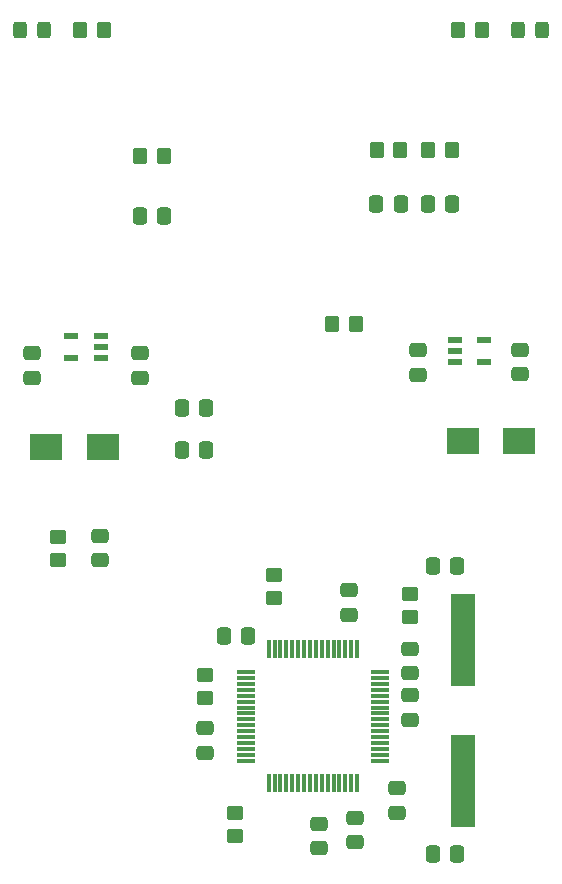
<source format=gbr>
%TF.GenerationSoftware,KiCad,Pcbnew,7.0.8*%
%TF.CreationDate,2024-03-02T19:00:56+02:00*%
%TF.ProjectId,mouse_hardware,6d6f7573-655f-4686-9172-64776172652e,rev?*%
%TF.SameCoordinates,Original*%
%TF.FileFunction,Paste,Top*%
%TF.FilePolarity,Positive*%
%FSLAX46Y46*%
G04 Gerber Fmt 4.6, Leading zero omitted, Abs format (unit mm)*
G04 Created by KiCad (PCBNEW 7.0.8) date 2024-03-02 19:00:56*
%MOMM*%
%LPD*%
G01*
G04 APERTURE LIST*
G04 Aperture macros list*
%AMRoundRect*
0 Rectangle with rounded corners*
0 $1 Rounding radius*
0 $2 $3 $4 $5 $6 $7 $8 $9 X,Y pos of 4 corners*
0 Add a 4 corners polygon primitive as box body*
4,1,4,$2,$3,$4,$5,$6,$7,$8,$9,$2,$3,0*
0 Add four circle primitives for the rounded corners*
1,1,$1+$1,$2,$3*
1,1,$1+$1,$4,$5*
1,1,$1+$1,$6,$7*
1,1,$1+$1,$8,$9*
0 Add four rect primitives between the rounded corners*
20,1,$1+$1,$2,$3,$4,$5,0*
20,1,$1+$1,$4,$5,$6,$7,0*
20,1,$1+$1,$6,$7,$8,$9,0*
20,1,$1+$1,$8,$9,$2,$3,0*%
G04 Aperture macros list end*
%ADD10R,1.200000X0.600000*%
%ADD11R,1.250000X0.600000*%
%ADD12RoundRect,0.250000X0.450000X-0.350000X0.450000X0.350000X-0.450000X0.350000X-0.450000X-0.350000X0*%
%ADD13RoundRect,0.250000X0.475000X-0.337500X0.475000X0.337500X-0.475000X0.337500X-0.475000X-0.337500X0*%
%ADD14RoundRect,0.250000X-0.475000X0.337500X-0.475000X-0.337500X0.475000X-0.337500X0.475000X0.337500X0*%
%ADD15R,2.000000X7.875000*%
%ADD16RoundRect,0.250000X0.337500X0.475000X-0.337500X0.475000X-0.337500X-0.475000X0.337500X-0.475000X0*%
%ADD17RoundRect,0.250000X0.350000X0.450000X-0.350000X0.450000X-0.350000X-0.450000X0.350000X-0.450000X0*%
%ADD18RoundRect,0.250000X-0.350000X-0.450000X0.350000X-0.450000X0.350000X0.450000X-0.350000X0.450000X0*%
%ADD19RoundRect,0.250000X-0.337500X-0.475000X0.337500X-0.475000X0.337500X0.475000X-0.337500X0.475000X0*%
%ADD20RoundRect,0.250000X-0.450000X0.350000X-0.450000X-0.350000X0.450000X-0.350000X0.450000X0.350000X0*%
%ADD21R,2.800000X2.200000*%
%ADD22RoundRect,0.250000X0.325000X0.450000X-0.325000X0.450000X-0.325000X-0.450000X0.325000X-0.450000X0*%
%ADD23RoundRect,0.075000X0.700000X0.075000X-0.700000X0.075000X-0.700000X-0.075000X0.700000X-0.075000X0*%
%ADD24RoundRect,0.075000X0.075000X0.700000X-0.075000X0.700000X-0.075000X-0.700000X0.075000X-0.700000X0*%
%ADD25RoundRect,0.250000X-0.325000X-0.450000X0.325000X-0.450000X0.325000X0.450000X-0.325000X0.450000X0*%
G04 APERTURE END LIST*
D10*
%TO.C,IC2*%
X20554000Y-49188500D03*
X20554000Y-48238500D03*
X20554000Y-47288500D03*
X18054000Y-47288500D03*
X18054000Y-49188500D03*
%TD*%
D11*
%TO.C,IC1*%
X50529000Y-47618500D03*
X50529000Y-48568500D03*
X50529000Y-49518500D03*
X53029000Y-49518500D03*
X53029000Y-47618500D03*
%TD*%
D12*
%TO.C,R1*%
X31903000Y-89650500D03*
X31903000Y-87650500D03*
%TD*%
D13*
%TO.C,C9*%
X47441000Y-50556000D03*
X47441000Y-48481000D03*
%TD*%
D14*
%TO.C,C16*%
X20517000Y-64207500D03*
X20517000Y-66282500D03*
%TD*%
D13*
%TO.C,C7*%
X29363000Y-82581500D03*
X29363000Y-80506500D03*
%TD*%
D15*
%TO.C,Y1*%
X51207000Y-84920000D03*
X51207000Y-73045000D03*
%TD*%
D16*
%TO.C,C14*%
X50313500Y-36068000D03*
X48238500Y-36068000D03*
%TD*%
D17*
%TO.C,R9*%
X52791000Y-21336000D03*
X50791000Y-21336000D03*
%TD*%
D12*
%TO.C,R8*%
X46736000Y-71104000D03*
X46736000Y-69104000D03*
%TD*%
D17*
%TO.C,R6*%
X45906500Y-31548000D03*
X43906500Y-31548000D03*
%TD*%
D18*
%TO.C,R11*%
X40148000Y-46228000D03*
X42148000Y-46228000D03*
%TD*%
D14*
%TO.C,C2*%
X46736000Y-77702500D03*
X46736000Y-79777500D03*
%TD*%
D13*
%TO.C,C11*%
X23876000Y-50800000D03*
X23876000Y-48725000D03*
%TD*%
D18*
%TO.C,R10*%
X18828000Y-21336000D03*
X20828000Y-21336000D03*
%TD*%
D14*
%TO.C,C8*%
X42063000Y-88083500D03*
X42063000Y-90158500D03*
%TD*%
D19*
%TO.C,C15*%
X43863500Y-36120000D03*
X45938500Y-36120000D03*
%TD*%
D13*
%TO.C,C10*%
X56077000Y-50534500D03*
X56077000Y-48459500D03*
%TD*%
D17*
%TO.C,R4*%
X25908000Y-32004000D03*
X23908000Y-32004000D03*
%TD*%
D20*
%TO.C,R3*%
X29363000Y-75972000D03*
X29363000Y-77972000D03*
%TD*%
D18*
%TO.C,R5*%
X48281500Y-31496000D03*
X50281500Y-31496000D03*
%TD*%
D21*
%TO.C,SW1*%
X51189000Y-56144000D03*
X55989000Y-56144000D03*
%TD*%
D16*
%TO.C,C20*%
X29485500Y-56896000D03*
X27410500Y-56896000D03*
%TD*%
D14*
%TO.C,C3*%
X45619000Y-85565000D03*
X45619000Y-87640000D03*
%TD*%
D16*
%TO.C,C5*%
X33041500Y-72644000D03*
X30966500Y-72644000D03*
%TD*%
D12*
%TO.C,R7*%
X16961000Y-66266500D03*
X16961000Y-64266500D03*
%TD*%
D13*
%TO.C,C12*%
X14732000Y-50821500D03*
X14732000Y-48746500D03*
%TD*%
D14*
%TO.C,C4*%
X39015000Y-88591500D03*
X39015000Y-90666500D03*
%TD*%
D12*
%TO.C,R2*%
X35250000Y-69500000D03*
X35250000Y-67500000D03*
%TD*%
D16*
%TO.C,C19*%
X29485500Y-53340000D03*
X27410500Y-53340000D03*
%TD*%
%TO.C,C18*%
X50720500Y-66790500D03*
X48645500Y-66790500D03*
%TD*%
D13*
%TO.C,C6*%
X41555000Y-70876000D03*
X41555000Y-68801000D03*
%TD*%
%TO.C,C1*%
X46760000Y-73752500D03*
X46760000Y-75827500D03*
%TD*%
D21*
%TO.C,SW5*%
X20745000Y-56652000D03*
X15945000Y-56652000D03*
%TD*%
D19*
%TO.C,C13*%
X23833000Y-37084000D03*
X25908000Y-37084000D03*
%TD*%
D22*
%TO.C,D2*%
X15773000Y-21336000D03*
X13723000Y-21336000D03*
%TD*%
D23*
%TO.C,U1*%
X44182000Y-83240500D03*
X44182000Y-82740500D03*
X44182000Y-82240500D03*
X44182000Y-81740500D03*
X44182000Y-81240500D03*
X44182000Y-80740500D03*
X44182000Y-80240500D03*
X44182000Y-79740500D03*
X44182000Y-79240500D03*
X44182000Y-78740500D03*
X44182000Y-78240500D03*
X44182000Y-77740500D03*
X44182000Y-77240500D03*
X44182000Y-76740500D03*
X44182000Y-76240500D03*
X44182000Y-75740500D03*
D24*
X42257000Y-73815500D03*
X41757000Y-73815500D03*
X41257000Y-73815500D03*
X40757000Y-73815500D03*
X40257000Y-73815500D03*
X39757000Y-73815500D03*
X39257000Y-73815500D03*
X38757000Y-73815500D03*
X38257000Y-73815500D03*
X37757000Y-73815500D03*
X37257000Y-73815500D03*
X36757000Y-73815500D03*
X36257000Y-73815500D03*
X35757000Y-73815500D03*
X35257000Y-73815500D03*
X34757000Y-73815500D03*
D23*
X32832000Y-75740500D03*
X32832000Y-76240500D03*
X32832000Y-76740500D03*
X32832000Y-77240500D03*
X32832000Y-77740500D03*
X32832000Y-78240500D03*
X32832000Y-78740500D03*
X32832000Y-79240500D03*
X32832000Y-79740500D03*
X32832000Y-80240500D03*
X32832000Y-80740500D03*
X32832000Y-81240500D03*
X32832000Y-81740500D03*
X32832000Y-82240500D03*
X32832000Y-82740500D03*
X32832000Y-83240500D03*
D24*
X34757000Y-85165500D03*
X35257000Y-85165500D03*
X35757000Y-85165500D03*
X36257000Y-85165500D03*
X36757000Y-85165500D03*
X37257000Y-85165500D03*
X37757000Y-85165500D03*
X38257000Y-85165500D03*
X38757000Y-85165500D03*
X39257000Y-85165500D03*
X39757000Y-85165500D03*
X40257000Y-85165500D03*
X40757000Y-85165500D03*
X41257000Y-85165500D03*
X41757000Y-85165500D03*
X42257000Y-85165500D03*
%TD*%
D16*
%TO.C,C17*%
X50742000Y-91174500D03*
X48667000Y-91174500D03*
%TD*%
D25*
%TO.C,D1*%
X55862000Y-21336000D03*
X57912000Y-21336000D03*
%TD*%
M02*

</source>
